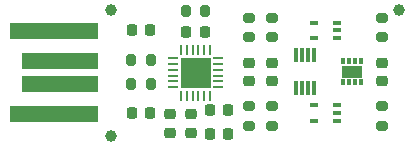
<source format=gbr>
%TF.GenerationSoftware,KiCad,Pcbnew,9.0.5*%
%TF.CreationDate,2025-10-20T11:02:32-07:00*%
%TF.ProjectId,infnoise_goldfingers,696e666e-6f69-4736-955f-676f6c646669,rev?*%
%TF.SameCoordinates,Original*%
%TF.FileFunction,Soldermask,Top*%
%TF.FilePolarity,Negative*%
%FSLAX46Y46*%
G04 Gerber Fmt 4.6, Leading zero omitted, Abs format (unit mm)*
G04 Created by KiCad (PCBNEW 9.0.5) date 2025-10-20 11:02:32*
%MOMM*%
%LPD*%
G01*
G04 APERTURE LIST*
G04 Aperture macros list*
%AMRoundRect*
0 Rectangle with rounded corners*
0 $1 Rounding radius*
0 $2 $3 $4 $5 $6 $7 $8 $9 X,Y pos of 4 corners*
0 Add a 4 corners polygon primitive as box body*
4,1,4,$2,$3,$4,$5,$6,$7,$8,$9,$2,$3,0*
0 Add four circle primitives for the rounded corners*
1,1,$1+$1,$2,$3*
1,1,$1+$1,$4,$5*
1,1,$1+$1,$6,$7*
1,1,$1+$1,$8,$9*
0 Add four rect primitives between the rounded corners*
20,1,$1+$1,$2,$3,$4,$5,0*
20,1,$1+$1,$4,$5,$6,$7,0*
20,1,$1+$1,$6,$7,$8,$9,0*
20,1,$1+$1,$8,$9,$2,$3,0*%
G04 Aperture macros list end*
%ADD10R,7.500000X1.360000*%
%ADD11R,6.500000X1.360000*%
%ADD12RoundRect,0.200000X-0.200000X-0.275000X0.200000X-0.275000X0.200000X0.275000X-0.200000X0.275000X0*%
%ADD13RoundRect,0.225000X-0.225000X-0.250000X0.225000X-0.250000X0.225000X0.250000X-0.225000X0.250000X0*%
%ADD14C,1.000000*%
%ADD15RoundRect,0.200000X0.275000X-0.200000X0.275000X0.200000X-0.275000X0.200000X-0.275000X-0.200000X0*%
%ADD16RoundRect,0.200000X-0.275000X0.200000X-0.275000X-0.200000X0.275000X-0.200000X0.275000X0.200000X0*%
%ADD17RoundRect,0.225000X0.250000X-0.225000X0.250000X0.225000X-0.250000X0.225000X-0.250000X-0.225000X0*%
%ADD18RoundRect,0.100000X0.225000X0.100000X-0.225000X0.100000X-0.225000X-0.100000X0.225000X-0.100000X0*%
%ADD19R,0.300000X0.500000*%
%ADD20R,1.750000X1.050000*%
%ADD21RoundRect,0.062500X-0.062500X0.350000X-0.062500X-0.350000X0.062500X-0.350000X0.062500X0.350000X0*%
%ADD22RoundRect,0.062500X-0.350000X0.062500X-0.350000X-0.062500X0.350000X-0.062500X0.350000X0.062500X0*%
%ADD23R,2.600000X2.600000*%
%ADD24RoundRect,0.200000X0.200000X0.275000X-0.200000X0.275000X-0.200000X-0.275000X0.200000X-0.275000X0*%
%ADD25RoundRect,0.225000X0.225000X0.250000X-0.225000X0.250000X-0.225000X-0.250000X0.225000X-0.250000X0*%
%ADD26RoundRect,0.087500X0.087500X-0.537500X0.087500X0.537500X-0.087500X0.537500X-0.087500X-0.537500X0*%
%ADD27RoundRect,0.218750X0.256250X-0.218750X0.256250X0.218750X-0.256250X0.218750X-0.256250X-0.218750X0*%
G04 APERTURE END LIST*
D10*
%TO.C,X1*%
X4880000Y-9596000D03*
D11*
X5380000Y-7096000D03*
X5380000Y-5096000D03*
D10*
X4880000Y-2596000D03*
%TD*%
D12*
%TO.C,R2*%
X11398800Y-7019800D03*
X13048800Y-7019800D03*
%TD*%
D13*
%TO.C,C5*%
X11448800Y-9519800D03*
X12998800Y-9519800D03*
%TD*%
D14*
%TO.C,FID3*%
X34086800Y-762000D03*
%TD*%
%TO.C,FID2*%
X9652000Y-762000D03*
%TD*%
D15*
%TO.C,R4*%
X21348800Y-3094800D03*
X21348800Y-1444800D03*
%TD*%
D12*
%TO.C,R1*%
X11398800Y-5019800D03*
X13048800Y-5019800D03*
%TD*%
D16*
%TO.C,R5*%
X23348800Y-8944800D03*
X23348800Y-10594800D03*
%TD*%
D13*
%TO.C,C4*%
X11448800Y-2519800D03*
X12998800Y-2519800D03*
%TD*%
D17*
%TO.C,C8*%
X23348800Y-6794800D03*
X23348800Y-5244800D03*
%TD*%
D18*
%TO.C,SW2*%
X28798800Y-10169800D03*
X28798800Y-9519800D03*
X28798800Y-8869800D03*
X26898800Y-8869800D03*
X26898800Y-10169800D03*
%TD*%
D17*
%TO.C,C7*%
X21348800Y-6794800D03*
X21348800Y-5244800D03*
%TD*%
%TO.C,C1*%
X14648800Y-11169800D03*
X14648800Y-9619800D03*
%TD*%
D19*
%TO.C,AMP1*%
X29348800Y-6919800D03*
X29848800Y-6919800D03*
X30348800Y-6919800D03*
X30848800Y-6919800D03*
X30848800Y-5119800D03*
X30348800Y-5119800D03*
X29848800Y-5119800D03*
X29348800Y-5119800D03*
D20*
X30098800Y-6019800D03*
%TD*%
D21*
%TO.C,USB1*%
X18098800Y-4158500D03*
X17598800Y-4158500D03*
X17098800Y-4158500D03*
X16598800Y-4158500D03*
X16098800Y-4158500D03*
X15598800Y-4158500D03*
D22*
X14911300Y-4846000D03*
X14911300Y-5346000D03*
X14911300Y-5846000D03*
X14911300Y-6346000D03*
X14911300Y-6846000D03*
X14911300Y-7346000D03*
D21*
X15598800Y-8033500D03*
X16098800Y-8033500D03*
X16598800Y-8033500D03*
X17098800Y-8033500D03*
X17598800Y-8033500D03*
X18098800Y-8033500D03*
D22*
X18786300Y-7346000D03*
X18786300Y-6846000D03*
X18786300Y-6346000D03*
X18786300Y-5846000D03*
X18786300Y-5346000D03*
X18786300Y-4846000D03*
D23*
X16848800Y-6096000D03*
%TD*%
D15*
%TO.C,R3*%
X21348800Y-10594800D03*
X21348800Y-8944800D03*
%TD*%
D17*
%TO.C,C9*%
X32598800Y-6794800D03*
X32598800Y-5244800D03*
%TD*%
D13*
%TO.C,C3*%
X18073800Y-9292000D03*
X19623800Y-9292000D03*
%TD*%
D24*
%TO.C,R9*%
X17673800Y-896800D03*
X16023800Y-896800D03*
%TD*%
D25*
%TO.C,C6*%
X17623800Y-2671400D03*
X16073800Y-2671400D03*
%TD*%
D18*
%TO.C,SW1*%
X28798800Y-3169800D03*
X28798800Y-2519800D03*
X28798800Y-1869800D03*
X26898800Y-1869800D03*
X26898800Y-3169800D03*
%TD*%
D26*
%TO.C,COMP1*%
X25348800Y-7419800D03*
X25848800Y-7419800D03*
X26348800Y-7419800D03*
X26848800Y-7419800D03*
X26848800Y-4619800D03*
X26348800Y-4619800D03*
X25848800Y-4619800D03*
X25348800Y-4619800D03*
%TD*%
D27*
%TO.C,L1*%
X16423800Y-11182300D03*
X16423800Y-9607300D03*
%TD*%
D13*
%TO.C,C2*%
X18073800Y-11269800D03*
X19623800Y-11269800D03*
%TD*%
D16*
%TO.C,R8*%
X32598800Y-8944800D03*
X32598800Y-10594800D03*
%TD*%
D15*
%TO.C,R6*%
X23348800Y-3094800D03*
X23348800Y-1444800D03*
%TD*%
D16*
%TO.C,R7*%
X32598800Y-1444800D03*
X32598800Y-3094800D03*
%TD*%
D14*
%TO.C,FID1*%
X9652000Y-11430000D03*
%TD*%
M02*

</source>
